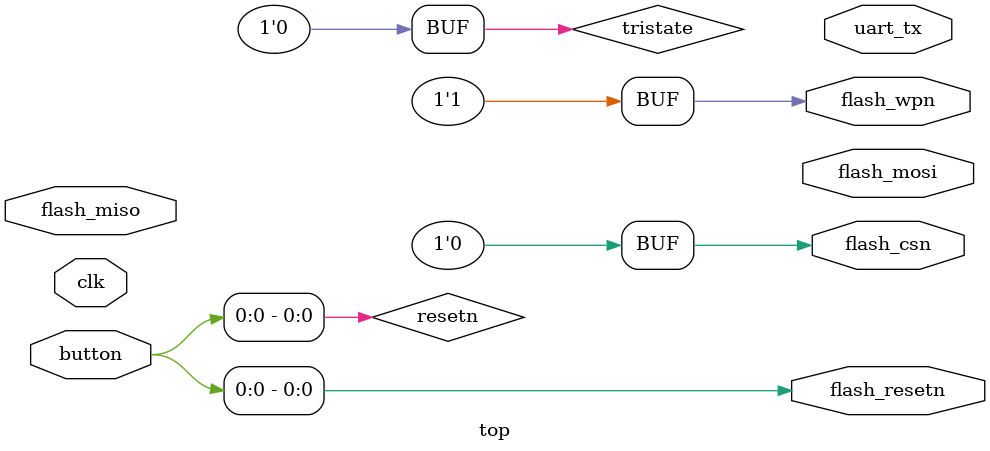
<source format=sv>
module top (
    input clk,

    output flash_csn,
    output flash_mosi,
    output flash_wpn,
    output flash_resetn,
    input  flash_miso,

    input [1:0] button,

    output uart_tx
);
    assign resetn = button[0];
    assign flash_csn = 0;
    assign flash_wpn = 1;
    assign flash_resetn = resetn;

    wire flash_sck;
    wire tristate = 1'b0;
    USRMCLK u1 (.USRMCLKI(flash_sck), .USRMCLKTS(tristate));
endmodule

</source>
